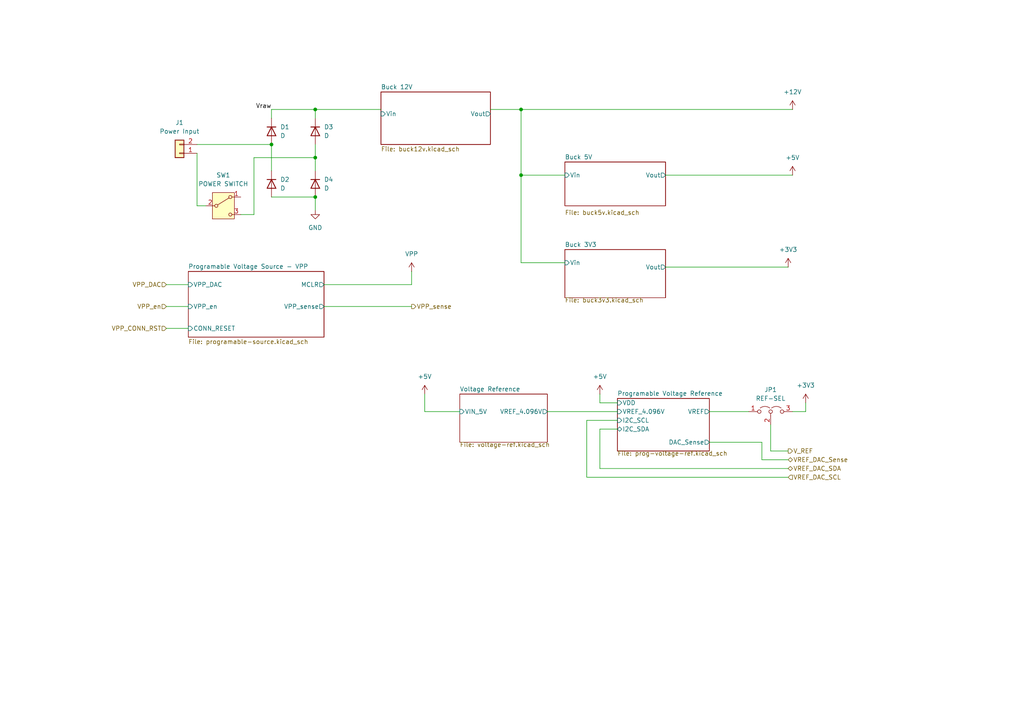
<source format=kicad_sch>
(kicad_sch (version 20250114) (generator "eeschema") (generator_version "9.0")
  (paper "A4")
  (lib_symbols
    (symbol "Connector_Generic:Conn_01x02" (pin_names (offset 1.016) (hide yes))
      (property "Reference" "J" (at 0 2.54 0))
      (property "Value" "Conn_01x02" (at 0 -5.08 0))
      (symbol "Conn_01x02_1_1"
        (rectangle (start -1.27 1.27) (end 1.27 -3.81) (stroke (width 0.254)) (fill (type background)))
        (rectangle (start -1.27 0.127) (end 0 -0.127) (stroke (width 0.1524)))
        (rectangle (start -1.27 -2.413) (end 0 -2.667) (stroke (width 0.1524)))
        (pin passive line (at -5.08 0 0) (length 3.81) (name "Pin_1") (number "1"))
        (pin passive line (at -5.08 -2.54 0) (length 3.81) (name "Pin_2") (number "2"))
      )
    )
    (symbol "Device:D" (pin_numbers (hide yes)) (pin_names (offset 1.016) (hide yes))
      (property "Reference" "D" (at 0 2.54 0))
      (property "Value" "D" (at 0 -2.54 0))
      (symbol "D_0_1"
        (polyline (pts (xy -1.27 1.27) (xy -1.27 -1.27)) (stroke (width 0.254)))
        (polyline (pts (xy 1.27 1.27) (xy 1.27 -1.27) (xy -1.27 0) (xy 1.27 1.27)) (stroke (width 0.254)))
        (polyline (pts (xy 1.27 0) (xy -1.27 0)))
      )
      (symbol "D_1_1"
        (pin passive line (at -3.81 0 0) (length 2.54) (name "K") (number "1"))
        (pin passive line (at 3.81 0 180) (length 2.54) (name "A") (number "2"))
      )
    )
    (symbol "Jumper:Jumper_3_Open" (pin_names (offset 0) (hide yes)) (in_bom no)
      (property "Reference" "JP" (at -2.54 -2.54 0))
      (property "Value" "Jumper_3_Open" (at 0 2.794 0))
      (symbol "Jumper_3_Open_0_0"
        (circle (center -3.302 0) (radius 0.508))
        (circle (center 0 0) (radius 0.508))
        (circle (center 3.302 0) (radius 0.508))
      )
      (symbol "Jumper_3_Open_0_1"
        (arc (start -3.048 1.016) (mid -1.651 1.4992) (end -0.254 1.016))
        (polyline (pts (xy 0 -0.508) (xy 0 -1.27)))
        (arc (start 0.254 1.016) (mid 1.651 1.4992) (end 3.048 1.016))
      )
      (symbol "Jumper_3_Open_1_1"
        (pin passive line (at -6.35 0 0) (length 2.54) (name "A") (number "1"))
        (pin passive line (at 0 -3.81 90) (length 2.54) (name "C") (number "2"))
        (pin passive line (at 6.35 0 180) (length 2.54) (name "B") (number "3"))
      )
    )
    (symbol "Switch:SW_SPDT" (pin_names (offset 0) (hide yes))
      (property "Reference" "SW" (at 0 5.08 0))
      (property "Value" "SW_SPDT" (at 0 -5.08 0))
      (symbol "SW_SPDT_0_1"
        (circle (center -2.032 0) (radius 0.4572))
        (polyline (pts (xy -1.651 0.254) (xy 1.651 2.286)))
        (circle (center 2.032 2.54) (radius 0.4572))
        (circle (center 2.032 -2.54) (radius 0.4572))
      )
      (symbol "SW_SPDT_1_1"
        (rectangle (start -3.175 3.81) (end 3.175 -3.81) (fill (type background)))
        (pin passive line (at -5.08 0 0) (length 2.54) (name "B") (number "2"))
        (pin passive line (at 5.08 2.54 180) (length 2.54) (name "A") (number "1"))
        (pin passive line (at 5.08 -2.54 180) (length 2.54) (name "C") (number "3"))
      )
    )
    (symbol "power:+12V" (power) (pin_numbers (hide yes)) (pin_names (offset 0) (hide yes))
      (property "Value" "+12V" (at 0 3.556 0))
      (symbol "+12V_0_1"
        (polyline (pts (xy -0.762 1.27) (xy 0 2.54)))
        (polyline (pts (xy 0 2.54) (xy 0.762 1.27)))
        (polyline (pts (xy 0 0) (xy 0 2.54)))
      )
      (symbol "+12V_1_1"
        (pin power_in line (at 0 0 90) (length 0) (name "~") (number "1"))
      )
    )
    (symbol "power:+3V3" (power) (pin_numbers (hide yes)) (pin_names (offset 0) (hide yes))
      (property "Value" "+3V3" (at 0 3.556 0))
      (symbol "+3V3_0_1"
        (polyline (pts (xy -0.762 1.27) (xy 0 2.54)))
        (polyline (pts (xy 0 2.54) (xy 0.762 1.27)))
        (polyline (pts (xy 0 0) (xy 0 2.54)))
      )
      (symbol "+3V3_1_1"
        (pin power_in line (at 0 0 90) (length 0) (name "~") (number "1"))
      )
    )
    (symbol "power:+5V" (power) (pin_numbers (hide yes)) (pin_names (offset 0) (hide yes))
      (property "Value" "+5V" (at 0 3.556 0))
      (symbol "+5V_0_1"
        (polyline (pts (xy -0.762 1.27) (xy 0 2.54)))
        (polyline (pts (xy 0 2.54) (xy 0.762 1.27)))
        (polyline (pts (xy 0 0) (xy 0 2.54)))
      )
      (symbol "+5V_1_1"
        (pin power_in line (at 0 0 90) (length 0) (name "~") (number "1"))
      )
    )
    (symbol "power:GND" (power) (pin_numbers (hide yes)) (pin_names (offset 0) (hide yes))
      (property "Value" "GND" (at 0 -3.81 0))
      (symbol "GND_0_1"
        (polyline (pts (xy 0 0) (xy 0 -1.27) (xy 1.27 -1.27) (xy 0 -2.54) (xy -1.27 -1.27) (xy 0 -1.27)))
      )
      (symbol "GND_1_1"
        (pin power_in line (at 0 0 270) (length 0) (name "~") (number "1"))
      )
    )
    (symbol "power:VPP" (power) (pin_numbers (hide yes)) (pin_names (offset 0) (hide yes))
      (property "Value" "VPP" (at 0 3.556 0))
      (symbol "VPP_0_1"
        (polyline (pts (xy -0.762 1.27) (xy 0 2.54)))
        (polyline (pts (xy 0 2.54) (xy 0.762 1.27)))
        (polyline (pts (xy 0 0) (xy 0 2.54)))
      )
      (symbol "VPP_1_1"
        (pin power_in line (at 0 0 90) (length 0) (name "~") (number "1"))
      )
    )
  )
  (junction (at 151.13 50.8))
  (junction (at 91.44 45.72))
  (junction (at 151.13 31.75))
  (junction (at 91.44 31.75))
  (junction (at 91.44 57.15))
  (junction (at 78.74 41.91))
  (wire (pts (xy 73.66 45.72) (xy 91.44 45.72)))
  (wire (pts (xy 228.6 130.81) (xy 223.52 130.81)))
  (wire (pts (xy 91.44 41.91) (xy 91.44 45.72)))
  (wire (pts (xy 73.66 45.72) (xy 73.66 62.23)))
  (wire (pts (xy 69.85 62.23) (xy 73.66 62.23)))
  (wire (pts (xy 173.99 135.89) (xy 173.99 124.46)))
  (wire (pts (xy 220.98 128.27) (xy 205.74 128.27)))
  (wire (pts (xy 151.13 31.75) (xy 142.24 31.75)))
  (wire (pts (xy 119.38 82.55) (xy 119.38 78.74)))
  (wire (pts (xy 91.44 45.72) (xy 91.44 49.53)))
  (wire (pts (xy 179.07 116.84) (xy 173.99 116.84)))
  (wire (pts (xy 170.18 121.92) (xy 170.18 138.43)))
  (wire (pts (xy 57.15 41.91) (xy 78.74 41.91)))
  (wire (pts (xy 151.13 50.8) (xy 163.83 50.8)))
  (wire (pts (xy 48.26 88.9) (xy 54.61 88.9)))
  (wire (pts (xy 151.13 50.8) (xy 151.13 76.2)))
  (wire (pts (xy 57.15 44.45) (xy 57.15 59.69)))
  (wire (pts (xy 91.44 31.75) (xy 91.44 34.29)))
  (wire (pts (xy 228.6 77.47) (xy 193.04 77.47)))
  (wire (pts (xy 48.26 82.55) (xy 54.61 82.55)))
  (wire (pts (xy 151.13 76.2) (xy 163.83 76.2)))
  (wire (pts (xy 173.99 116.84) (xy 173.99 114.3)))
  (wire (pts (xy 193.04 50.8) (xy 229.87 50.8)))
  (wire (pts (xy 78.74 31.75) (xy 91.44 31.75)))
  (wire (pts (xy 48.26 95.25) (xy 54.61 95.25)))
  (wire (pts (xy 205.74 119.38) (xy 217.17 119.38)))
  (wire (pts (xy 123.19 114.3) (xy 123.19 119.38)))
  (wire (pts (xy 173.99 124.46) (xy 179.07 124.46)))
  (wire (pts (xy 179.07 121.92) (xy 170.18 121.92)))
  (wire (pts (xy 233.68 116.84) (xy 233.68 119.38)))
  (wire (pts (xy 57.15 59.69) (xy 59.69 59.69)))
  (wire (pts (xy 170.18 138.43) (xy 228.6 138.43)))
  (wire (pts (xy 220.98 133.35) (xy 220.98 128.27)))
  (wire (pts (xy 110.49 31.75) (xy 91.44 31.75)))
  (wire (pts (xy 228.6 135.89) (xy 173.99 135.89)))
  (wire (pts (xy 123.19 119.38) (xy 133.35 119.38)))
  (wire (pts (xy 91.44 60.96) (xy 91.44 57.15)))
  (wire (pts (xy 229.87 31.75) (xy 151.13 31.75)))
  (wire (pts (xy 233.68 119.38) (xy 229.87 119.38)))
  (wire (pts (xy 78.74 57.15) (xy 91.44 57.15)))
  (wire (pts (xy 93.98 88.9) (xy 119.38 88.9)))
  (wire (pts (xy 179.07 119.38) (xy 158.75 119.38)))
  (wire (pts (xy 151.13 50.8) (xy 151.13 31.75)))
  (wire (pts (xy 78.74 34.29) (xy 78.74 31.75)))
  (wire (pts (xy 228.6 133.35) (xy 220.98 133.35)))
  (wire (pts (xy 223.52 130.81) (xy 223.52 123.19)))
  (wire (pts (xy 93.98 82.55) (xy 119.38 82.55)))
  (wire (pts (xy 78.74 41.91) (xy 78.74 49.53)))
  (label "Vraw" (at 78.74 31.75 180))
  (hierarchical_label "VREF_DAC_SCL" (shape input) (at 228.6 138.43 0))
  (hierarchical_label "V_REF" (shape output) (at 228.6 130.81 0))
  (hierarchical_label "VPP_en" (shape input) (at 48.26 88.9 180))
  (hierarchical_label "VREF_DAC_SDA" (shape bidirectional) (at 228.6 135.89 0))
  (hierarchical_label "VPP_DAC" (shape input) (at 48.26 82.55 180))
  (hierarchical_label "VPP_CONN_RST" (shape input) (at 48.26 95.25 180))
  (hierarchical_label "VREF_DAC_Sense" (shape bidirectional) (at 228.6 133.35 0))
  (hierarchical_label "VPP_sense" (shape output) (at 119.38 88.9 0))
  (symbol (lib_id "power:GND") (at 91.44 60.96 0) (unit 1)
    (property "Reference" "#PWR01" (effects (hide yes)))
    (property "Value" "GND" (at 91.44 66.04 0))
    (property "Description" "Power symbol creates a global label with name \"GND\" , ground" (effects (hide yes)))
  )
  (symbol (lib_id "Device:D") (at 91.44 53.34 270) (unit 1)
    (property "Reference" "D4" (at 93.98 52.0699 90) (effects (justify left)))
    (property "Value" "D" (at 93.98 54.6099 90) (effects (justify left)))
    (property "Description" "Diode" (effects (hide yes)))
    (property "Sim.Device" "D" (effects (hide yes)))
    (property "Sim.Pins" "1=K 2=A" (effects (hide yes)))
  )
  (symbol (lib_id "Device:D") (at 91.44 38.1 270) (unit 1)
    (property "Reference" "D3" (at 93.98 36.8299 90) (effects (justify left)))
    (property "Value" "D" (at 93.98 39.3699 90) (effects (justify left)))
    (property "Description" "Diode" (effects (hide yes)))
    (property "Sim.Device" "D" (effects (hide yes)))
    (property "Sim.Pins" "1=K 2=A" (effects (hide yes)))
  )
  (symbol (lib_id "power:+5V") (at 229.87 50.8 0) (unit 1)
    (property "Reference" "#PWR07" (effects (hide yes)))
    (property "Value" "+5V" (at 229.87 45.72 0))
    (property "Description" "Power symbol creates a global label with name \"+5V\"" (effects (hide yes)))
  )
  (symbol (lib_id "power:+5V") (at 123.19 114.3 0) (unit 1)
    (property "Reference" "#PWR03" (effects (hide yes)))
    (property "Value" "+5V" (at 123.19 109.22 0))
    (property "Description" "Power symbol creates a global label with name \"+5V\"" (effects (hide yes)))
  )
  (symbol (lib_id "power:+3V3") (at 228.6 77.47 0) (unit 1)
    (property "Reference" "#PWR05" (effects (hide yes)))
    (property "Value" "+3V3" (at 228.6 72.39 0))
    (property "Description" "Power symbol creates a global label with name \"+3V3\"" (effects (hide yes)))
  )
  (symbol (lib_id "Connector_Generic:Conn_01x02") (at 52.07 44.45 180) (unit 1)
    (property "Reference" "J1" (at 52.07 35.56 0))
    (property "Value" "Power Input" (at 52.07 38.1 0))
    (property "Description" "Generic connector, single row, 01x02, script generated (kicad-library-utils/schlib/autogen/connector/)" (effects (hide yes)))
  )
  (symbol (lib_id "Device:D") (at 78.74 53.34 270) (unit 1)
    (property "Reference" "D2" (at 81.28 52.0699 90) (effects (justify left)))
    (property "Value" "D" (at 81.28 54.6099 90) (effects (justify left)))
    (property "Description" "Diode" (effects (hide yes)))
    (property "Sim.Device" "D" (effects (hide yes)))
    (property "Sim.Pins" "1=K 2=A" (effects (hide yes)))
  )
  (symbol (lib_id "power:+12V") (at 229.87 31.75 0) (unit 1)
    (property "Reference" "#PWR06" (effects (hide yes)))
    (property "Value" "+12V" (at 229.87 26.67 0))
    (property "Description" "Power symbol creates a global label with name \"+12V\"" (effects (hide yes)))
  )
  (symbol (lib_id "Device:D") (at 78.74 38.1 270) (unit 1)
    (property "Reference" "D1" (at 81.28 36.8299 90) (effects (justify left)))
    (property "Value" "D" (at 81.28 39.3699 90) (effects (justify left)))
    (property "Description" "Diode" (effects (hide yes)))
    (property "Sim.Device" "D" (effects (hide yes)))
    (property "Sim.Pins" "1=K 2=A" (effects (hide yes)))
  )
  (symbol (lib_id "power:+5V") (at 173.99 114.3 0) (unit 1)
    (property "Reference" "#PWR04" (effects (hide yes)))
    (property "Value" "+5V" (at 173.99 109.22 0))
    (property "Description" "Power symbol creates a global label with name \"+5V\"" (effects (hide yes)))
  )
  (symbol (lib_id "Switch:SW_SPDT") (at 64.77 59.69 0) (unit 1)
    (property "Reference" "SW1" (at 64.77 50.8 0))
    (property "Value" "POWER SWITCH" (at 64.77 53.34 0))
    (property "Description" "Switch, single pole double throw" (effects (hide yes)))
  )
  (symbol (lib_id "power:+3V3") (at 233.68 116.84 0) (unit 1)
    (property "Reference" "#PWR08" (effects (hide yes)))
    (property "Value" "+3V3" (at 233.68 111.76 0))
    (property "Description" "Power symbol creates a global label with name \"+3V3\"" (effects (hide yes)))
  )
  (symbol (lib_id "power:VPP") (at 119.38 78.74 0) (unit 1)
    (property "Reference" "#PWR02" (effects (hide yes)))
    (property "Value" "VPP" (at 119.38 73.66 0))
    (property "Description" "Power symbol creates a global label with name \"VPP\"" (effects (hide yes)))
  )
  (symbol (lib_id "Jumper:Jumper_3_Open") (at 223.52 119.38 0) (unit 1) (in_bom no)
    (property "Reference" "JP1" (at 223.52 113.03 0))
    (property "Value" "REF-SEL" (at 223.52 115.57 0))
    (property "Footprint" "Connector_PinHeader_1.27mm:PinHeader_1x03_P1.27mm_Vertical" (effects (hide yes)))
    (property "Description" "Jumper, 3-pole, both open" (effects (hide yes)))
  )
  (sheet (at 163.83 46.99) (size 29.21 12.7) (stroke (width 0.1524))
    (property "Sheetname" "Buck 5V" (at 163.83 46.2784 0) (effects (justify left bottom)))
    (property "Sheetfile" "buck5v.kicad_sch" (at 163.83 60.9096 0) (effects (justify left top)))
    (pin "Vin" input (at 163.83 50.8 180))
    (pin "Vout" output (at 193.04 50.8 0))
  )
  (sheet (at 54.61 78.74) (size 39.37 19.05) (stroke (width 0.1524))
    (property "Sheetname" "Programable Voltage Source - VPP" (at 54.61 78.0284 0) (effects (justify left bottom)))
    (property "Sheetfile" "programable-source.kicad_sch" (at 54.61 98.3746 0) (effects (justify left top)))
    (pin "CONN_RESET" input (at 54.61 95.25 180))
    (pin "MCLR" output (at 93.98 82.55 0))
    (pin "VPP_DAC" input (at 54.61 82.55 180))
    (pin "VPP_en" input (at 54.61 88.9 180))
    (pin "VPP_sense" output (at 93.98 88.9 0))
  )
  (sheet (at 179.07 115.57) (size 26.67 15.24) (stroke (width 0.1524))
    (property "Sheetname" "Programable Voltage Reference" (at 179.07 114.8584 0) (effects (justify left bottom)))
    (property "Sheetfile" "prog-voltage-ref.kicad_sch" (at 179.07 130.7596 0) (effects (justify left top)))
    (pin "DAC_Sense" output (at 205.74 128.27 0))
    (pin "I2C_SCL" input (at 179.07 121.92 180))
    (pin "I2C_SDA" bidirectional (at 179.07 124.46 180))
    (pin "VDD" input (at 179.07 116.84 180))
    (pin "VREF" output (at 205.74 119.38 0))
    (pin "VREF_4.096V" input (at 179.07 119.38 180))
  )
  (sheet (at 163.83 72.39) (size 29.21 13.97) (stroke (width 0.1524))
    (property "Sheetname" "Buck 3V3" (at 163.83 71.6784 0) (effects (justify left bottom)))
    (property "Sheetfile" "buck3v3.kicad_sch" (at 163.83 86.3096 0) (effects (justify left top)))
    (pin "Vin" input (at 163.83 76.2 180))
    (pin "Vout" output (at 193.04 77.47 0))
  )
  (sheet (at 110.49 26.67) (size 31.75 15.24) (stroke (width 0.1524))
    (property "Sheetname" "Buck 12V" (at 110.49 25.9584 0) (effects (justify left bottom)))
    (property "Sheetfile" "buck12v.kicad_sch" (at 110.49 42.4946 0) (effects (justify left top)))
    (pin "Vin" input (at 110.49 33.02 180))
    (pin "Vout" output (at 142.24 33.02 0))
  )
  (sheet (at 133.35 114.3) (size 25.4 13.97) (stroke (width 0.1524))
    (property "Sheetname" "Voltage Reference" (at 133.35 113.5884 0) (effects (justify left bottom)))
    (property "Sheetfile" "voltage-ref.kicad_sch" (at 133.35 128.2196 0) (effects (justify left top)))
    (pin "VIN_5V" input (at 133.35 119.38 180))
    (pin "VREF_4.096V" output (at 158.75 119.38 0))
  )
)
</source>
